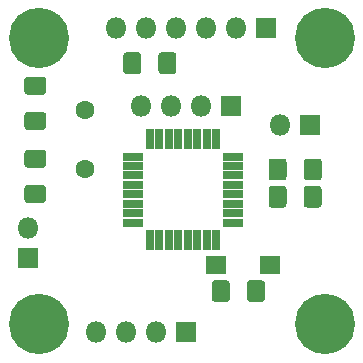
<source format=gbr>
%TF.GenerationSoftware,KiCad,Pcbnew,(5.1.6)-1*%
%TF.CreationDate,2020-09-09T14:29:39-07:00*%
%TF.ProjectId,DigitController,44696769-7443-46f6-9e74-726f6c6c6572,rev?*%
%TF.SameCoordinates,Original*%
%TF.FileFunction,Soldermask,Top*%
%TF.FilePolarity,Negative*%
%FSLAX46Y46*%
G04 Gerber Fmt 4.6, Leading zero omitted, Abs format (unit mm)*
G04 Created by KiCad (PCBNEW (5.1.6)-1) date 2020-09-09 14:29:39*
%MOMM*%
%LPD*%
G01*
G04 APERTURE LIST*
%ADD10C,1.600000*%
%ADD11R,1.700000X0.650000*%
%ADD12R,0.650000X1.700000*%
%ADD13O,1.800000X1.800000*%
%ADD14R,1.800000X1.800000*%
%ADD15C,0.900000*%
%ADD16C,5.100000*%
%ADD17R,1.700000X1.600000*%
G04 APERTURE END LIST*
D10*
%TO.C,Y1*%
X66800000Y-94000000D03*
X66800000Y-89000000D03*
%TD*%
D11*
%TO.C,U1*%
X79350000Y-92900000D03*
X79350000Y-93700000D03*
X79350000Y-94500000D03*
X79350000Y-95300000D03*
X79350000Y-96100000D03*
X79350000Y-96900000D03*
X79350000Y-97700000D03*
X79350000Y-98500000D03*
D12*
X77900000Y-99950000D03*
X77100000Y-99950000D03*
X76300000Y-99950000D03*
X75500000Y-99950000D03*
X74700000Y-99950000D03*
X73900000Y-99950000D03*
X73100000Y-99950000D03*
X72300000Y-99950000D03*
D11*
X70850000Y-98500000D03*
X70850000Y-97700000D03*
X70850000Y-96900000D03*
X70850000Y-96100000D03*
X70850000Y-95300000D03*
X70850000Y-94500000D03*
X70850000Y-93700000D03*
X70850000Y-92900000D03*
D12*
X72300000Y-91450000D03*
X73100000Y-91450000D03*
X73900000Y-91450000D03*
X74700000Y-91450000D03*
X75500000Y-91450000D03*
X76300000Y-91450000D03*
X77100000Y-91450000D03*
X77900000Y-91450000D03*
%TD*%
%TO.C,R2*%
G36*
G01*
X79075000Y-103642544D02*
X79075000Y-104957456D01*
G75*
G02*
X78807456Y-105225000I-267544J0D01*
G01*
X77817544Y-105225000D01*
G75*
G02*
X77550000Y-104957456I0J267544D01*
G01*
X77550000Y-103642544D01*
G75*
G02*
X77817544Y-103375000I267544J0D01*
G01*
X78807456Y-103375000D01*
G75*
G02*
X79075000Y-103642544I0J-267544D01*
G01*
G37*
G36*
G01*
X82050000Y-103642544D02*
X82050000Y-104957456D01*
G75*
G02*
X81782456Y-105225000I-267544J0D01*
G01*
X80792544Y-105225000D01*
G75*
G02*
X80525000Y-104957456I0J267544D01*
G01*
X80525000Y-103642544D01*
G75*
G02*
X80792544Y-103375000I267544J0D01*
G01*
X81782456Y-103375000D01*
G75*
G02*
X82050000Y-103642544I0J-267544D01*
G01*
G37*
%TD*%
%TO.C,R1*%
G36*
G01*
X85325000Y-94657456D02*
X85325000Y-93342544D01*
G75*
G02*
X85592544Y-93075000I267544J0D01*
G01*
X86582456Y-93075000D01*
G75*
G02*
X86850000Y-93342544I0J-267544D01*
G01*
X86850000Y-94657456D01*
G75*
G02*
X86582456Y-94925000I-267544J0D01*
G01*
X85592544Y-94925000D01*
G75*
G02*
X85325000Y-94657456I0J267544D01*
G01*
G37*
G36*
G01*
X82350000Y-94657456D02*
X82350000Y-93342544D01*
G75*
G02*
X82617544Y-93075000I267544J0D01*
G01*
X83607456Y-93075000D01*
G75*
G02*
X83875000Y-93342544I0J-267544D01*
G01*
X83875000Y-94657456D01*
G75*
G02*
X83607456Y-94925000I-267544J0D01*
G01*
X82617544Y-94925000D01*
G75*
G02*
X82350000Y-94657456I0J267544D01*
G01*
G37*
%TD*%
D13*
%TO.C,J5*%
X67780000Y-107800000D03*
X70320000Y-107800000D03*
X72860000Y-107800000D03*
D14*
X75400000Y-107800000D03*
%TD*%
D13*
%TO.C,J4*%
X62000000Y-98960000D03*
D14*
X62000000Y-101500000D03*
%TD*%
D13*
%TO.C,J3*%
X83360000Y-90200000D03*
D14*
X85900000Y-90200000D03*
%TD*%
D13*
%TO.C,J2*%
X69400000Y-82000000D03*
X71940000Y-82000000D03*
X74480000Y-82000000D03*
X77020000Y-82000000D03*
X79560000Y-82000000D03*
D14*
X82100000Y-82000000D03*
%TD*%
D13*
%TO.C,J1*%
X71580000Y-88600000D03*
X74120000Y-88600000D03*
X76660000Y-88600000D03*
D14*
X79200000Y-88600000D03*
%TD*%
D15*
%TO.C,H4*%
X88450825Y-105774175D03*
X87125000Y-105225000D03*
X85799175Y-105774175D03*
X85250000Y-107100000D03*
X85799175Y-108425825D03*
X87125000Y-108975000D03*
X88450825Y-108425825D03*
X89000000Y-107100000D03*
D16*
X87125000Y-107100000D03*
%TD*%
D15*
%TO.C,H3*%
X64225825Y-105774175D03*
X62900000Y-105225000D03*
X61574175Y-105774175D03*
X61025000Y-107100000D03*
X61574175Y-108425825D03*
X62900000Y-108975000D03*
X64225825Y-108425825D03*
X64775000Y-107100000D03*
D16*
X62900000Y-107100000D03*
%TD*%
D15*
%TO.C,H2*%
X88425825Y-81574175D03*
X87100000Y-81025000D03*
X85774175Y-81574175D03*
X85225000Y-82900000D03*
X85774175Y-84225825D03*
X87100000Y-84775000D03*
X88425825Y-84225825D03*
X88975000Y-82900000D03*
D16*
X87100000Y-82900000D03*
%TD*%
D15*
%TO.C,H1*%
X64225825Y-81574175D03*
X62900000Y-81025000D03*
X61574175Y-81574175D03*
X61025000Y-82900000D03*
X61574175Y-84225825D03*
X62900000Y-84775000D03*
X64225825Y-84225825D03*
X64775000Y-82900000D03*
D16*
X62900000Y-82900000D03*
%TD*%
D17*
%TO.C,D1*%
X77900000Y-102100000D03*
X82500000Y-102100000D03*
%TD*%
%TO.C,C4*%
G36*
G01*
X63257456Y-93862500D02*
X61942544Y-93862500D01*
G75*
G02*
X61675000Y-93594956I0J267544D01*
G01*
X61675000Y-92605044D01*
G75*
G02*
X61942544Y-92337500I267544J0D01*
G01*
X63257456Y-92337500D01*
G75*
G02*
X63525000Y-92605044I0J-267544D01*
G01*
X63525000Y-93594956D01*
G75*
G02*
X63257456Y-93862500I-267544J0D01*
G01*
G37*
G36*
G01*
X63257456Y-96837500D02*
X61942544Y-96837500D01*
G75*
G02*
X61675000Y-96569956I0J267544D01*
G01*
X61675000Y-95580044D01*
G75*
G02*
X61942544Y-95312500I267544J0D01*
G01*
X63257456Y-95312500D01*
G75*
G02*
X63525000Y-95580044I0J-267544D01*
G01*
X63525000Y-96569956D01*
G75*
G02*
X63257456Y-96837500I-267544J0D01*
G01*
G37*
%TD*%
%TO.C,C3*%
G36*
G01*
X61942544Y-89125000D02*
X63257456Y-89125000D01*
G75*
G02*
X63525000Y-89392544I0J-267544D01*
G01*
X63525000Y-90382456D01*
G75*
G02*
X63257456Y-90650000I-267544J0D01*
G01*
X61942544Y-90650000D01*
G75*
G02*
X61675000Y-90382456I0J267544D01*
G01*
X61675000Y-89392544D01*
G75*
G02*
X61942544Y-89125000I267544J0D01*
G01*
G37*
G36*
G01*
X61942544Y-86150000D02*
X63257456Y-86150000D01*
G75*
G02*
X63525000Y-86417544I0J-267544D01*
G01*
X63525000Y-87407456D01*
G75*
G02*
X63257456Y-87675000I-267544J0D01*
G01*
X61942544Y-87675000D01*
G75*
G02*
X61675000Y-87407456I0J267544D01*
G01*
X61675000Y-86417544D01*
G75*
G02*
X61942544Y-86150000I267544J0D01*
G01*
G37*
%TD*%
%TO.C,C2*%
G36*
G01*
X71575000Y-84342544D02*
X71575000Y-85657456D01*
G75*
G02*
X71307456Y-85925000I-267544J0D01*
G01*
X70317544Y-85925000D01*
G75*
G02*
X70050000Y-85657456I0J267544D01*
G01*
X70050000Y-84342544D01*
G75*
G02*
X70317544Y-84075000I267544J0D01*
G01*
X71307456Y-84075000D01*
G75*
G02*
X71575000Y-84342544I0J-267544D01*
G01*
G37*
G36*
G01*
X74550000Y-84342544D02*
X74550000Y-85657456D01*
G75*
G02*
X74282456Y-85925000I-267544J0D01*
G01*
X73292544Y-85925000D01*
G75*
G02*
X73025000Y-85657456I0J267544D01*
G01*
X73025000Y-84342544D01*
G75*
G02*
X73292544Y-84075000I267544J0D01*
G01*
X74282456Y-84075000D01*
G75*
G02*
X74550000Y-84342544I0J-267544D01*
G01*
G37*
%TD*%
%TO.C,C1*%
G36*
G01*
X85325000Y-96957456D02*
X85325000Y-95642544D01*
G75*
G02*
X85592544Y-95375000I267544J0D01*
G01*
X86582456Y-95375000D01*
G75*
G02*
X86850000Y-95642544I0J-267544D01*
G01*
X86850000Y-96957456D01*
G75*
G02*
X86582456Y-97225000I-267544J0D01*
G01*
X85592544Y-97225000D01*
G75*
G02*
X85325000Y-96957456I0J267544D01*
G01*
G37*
G36*
G01*
X82350000Y-96957456D02*
X82350000Y-95642544D01*
G75*
G02*
X82617544Y-95375000I267544J0D01*
G01*
X83607456Y-95375000D01*
G75*
G02*
X83875000Y-95642544I0J-267544D01*
G01*
X83875000Y-96957456D01*
G75*
G02*
X83607456Y-97225000I-267544J0D01*
G01*
X82617544Y-97225000D01*
G75*
G02*
X82350000Y-96957456I0J267544D01*
G01*
G37*
%TD*%
M02*

</source>
